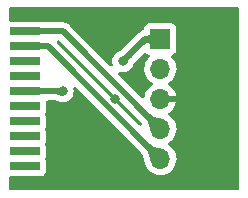
<source format=gbr>
%TF.GenerationSoftware,KiCad,Pcbnew,6.0.11+dfsg-1~bpo11+1*%
%TF.CreationDate,2023-04-15T18:18:33-07:00*%
%TF.ProjectId,J-link_BOB,4a2d6c69-6e6b-45f4-924f-422e6b696361,A0*%
%TF.SameCoordinates,PX79b8e38PY4eb9cf0*%
%TF.FileFunction,Copper,L2,Bot*%
%TF.FilePolarity,Positive*%
%FSLAX46Y46*%
G04 Gerber Fmt 4.6, Leading zero omitted, Abs format (unit mm)*
G04 Created by KiCad (PCBNEW 6.0.11+dfsg-1~bpo11+1) date 2023-04-15 18:18:33*
%MOMM*%
%LPD*%
G01*
G04 APERTURE LIST*
%TA.AperFunction,ComponentPad*%
%ADD10R,1.700000X1.700000*%
%TD*%
%TA.AperFunction,ComponentPad*%
%ADD11O,1.700000X1.700000*%
%TD*%
%TA.AperFunction,SMDPad,CuDef*%
%ADD12R,2.500000X0.650000*%
%TD*%
%TA.AperFunction,ViaPad*%
%ADD13C,0.800000*%
%TD*%
%TA.AperFunction,Conductor*%
%ADD14C,0.508000*%
%TD*%
G04 APERTURE END LIST*
D10*
%TO.P,J30,1,Pin_1*%
%TO.N,/~{RESET}*%
X13335000Y-3175000D03*
D11*
%TO.P,J30,2,Pin_2*%
%TO.N,/VTARGET*%
X13335000Y-5715000D03*
%TO.P,J30,3,Pin_3*%
%TO.N,GND*%
X13335000Y-8255000D03*
%TO.P,J30,4,Pin_4*%
%TO.N,/SWDIO*%
X13335000Y-10795000D03*
%TO.P,J30,5,Pin_5*%
%TO.N,/SWCLK*%
X13335000Y-13335000D03*
%TD*%
D12*
%TO.P,J16,1,Pin_1*%
%TO.N,unconnected-(J16-Pad1)*%
X1905000Y-11430000D03*
%TD*%
%TO.P,J8,1,Pin_1*%
%TO.N,unconnected-(J8-Pad1)*%
X1905000Y-6350000D03*
%TD*%
%TO.P,J2,1,Pin_1*%
%TO.N,/SWDIO*%
X1905000Y-2540000D03*
%TD*%
%TO.P,J6,1,Pin_1*%
%TO.N,unconnected-(J6-Pad1)*%
X1905000Y-5080000D03*
%TD*%
%TO.P,J20,1,Pin_1*%
%TO.N,unconnected-(J20-Pad1)*%
X1905000Y-13970000D03*
%TD*%
%TO.P,J4,1,Pin_1*%
%TO.N,/SWCLK*%
X1905000Y-3810000D03*
%TD*%
%TO.P,J10,1,Pin_1*%
%TO.N,/~{RESET}*%
X1905000Y-7620000D03*
%TD*%
%TO.P,J18,1,Pin_1*%
%TO.N,unconnected-(J18-Pad1)*%
X1905000Y-12700000D03*
%TD*%
%TO.P,J12,1,Pin_1*%
%TO.N,unconnected-(J12-Pad1)*%
X1905000Y-8890000D03*
%TD*%
%TO.P,J14,1,Pin_1*%
%TO.N,unconnected-(J14-Pad1)*%
X1905000Y-10160000D03*
%TD*%
D13*
%TO.N,GND*%
X18415000Y-4445000D03*
X11176000Y-1524000D03*
X5080000Y-15240000D03*
X11430000Y-6985000D03*
X9525000Y-8255000D03*
X8255000Y-3810000D03*
X18415000Y-12065000D03*
X8255000Y-10795000D03*
%TO.N,/~{RESET}*%
X5080000Y-7620000D03*
X10160000Y-5080000D03*
%TD*%
D14*
%TO.N,/SWDIO*%
X1905000Y-2540000D02*
X5080000Y-2540000D01*
X5080000Y-2540000D02*
X13335000Y-10795000D01*
%TO.N,/SWCLK*%
X3810000Y-3810000D02*
X13335000Y-13335000D01*
X1905000Y-3810000D02*
X3810000Y-3810000D01*
%TO.N,/~{RESET}*%
X5080000Y-7620000D02*
X1905000Y-7620000D01*
X13335000Y-3175000D02*
X12065000Y-3175000D01*
X12065000Y-3175000D02*
X10160000Y-5080000D01*
%TD*%
%TA.AperFunction,Conductor*%
%TO.N,/SWDIO*%
G36*
X2053752Y-2250467D02*
G01*
X2083590Y-2262956D01*
X2083595Y-2262958D01*
X2083875Y-2263075D01*
X2084162Y-2263160D01*
X2084170Y-2263163D01*
X2121807Y-2274331D01*
X2121813Y-2274332D01*
X2122081Y-2274412D01*
X2138873Y-2277656D01*
X2161767Y-2282080D01*
X2161776Y-2282081D01*
X2162002Y-2282125D01*
X2204359Y-2286824D01*
X2249873Y-2289121D01*
X2299263Y-2289629D01*
X2353250Y-2288959D01*
X2353258Y-2288959D01*
X2412524Y-2287724D01*
X2412555Y-2287723D01*
X2477800Y-2286534D01*
X2477927Y-2286532D01*
X2538214Y-2286087D01*
X2546512Y-2289453D01*
X2550000Y-2297787D01*
X2550000Y-2782213D01*
X2546573Y-2790486D01*
X2538213Y-2793913D01*
X2514618Y-2793738D01*
X2477926Y-2793467D01*
X2477800Y-2793465D01*
X2412555Y-2792276D01*
X2412524Y-2792275D01*
X2353258Y-2791040D01*
X2353250Y-2791040D01*
X2299263Y-2790370D01*
X2249873Y-2790878D01*
X2204359Y-2793175D01*
X2162002Y-2797874D01*
X2161776Y-2797918D01*
X2161767Y-2797919D01*
X2138873Y-2802343D01*
X2122081Y-2805587D01*
X2121813Y-2805667D01*
X2121807Y-2805668D01*
X2084168Y-2816837D01*
X2083875Y-2816924D01*
X2083598Y-2817040D01*
X2083595Y-2817041D01*
X2053752Y-2829533D01*
X2044797Y-2829566D01*
X2041126Y-2827174D01*
X1751269Y-2548433D01*
X1747681Y-2540229D01*
X1751269Y-2531567D01*
X2041125Y-2252827D01*
X2049464Y-2249562D01*
X2053752Y-2250467D01*
G37*
%TD.AperFunction*%
%TD*%
%TA.AperFunction,Conductor*%
%TO.N,/SWDIO*%
G36*
X12327857Y-9428059D02*
G01*
X12461933Y-9552584D01*
X12591305Y-9652835D01*
X12711500Y-9726867D01*
X12826303Y-9780406D01*
X12826585Y-9780503D01*
X12826591Y-9780505D01*
X12848057Y-9787858D01*
X12939501Y-9819182D01*
X13054880Y-9848922D01*
X13117500Y-9862561D01*
X13176203Y-9875348D01*
X13176228Y-9875353D01*
X13307157Y-9904166D01*
X13307541Y-9904258D01*
X13451673Y-9941125D01*
X13452280Y-9941298D01*
X13605921Y-9989555D01*
X13612787Y-9995303D01*
X13614113Y-10000488D01*
X13635282Y-11083355D01*
X13632017Y-11091694D01*
X13623355Y-11095282D01*
X12540488Y-11074113D01*
X12532284Y-11070525D01*
X12529555Y-11065921D01*
X12481298Y-10912280D01*
X12481125Y-10911673D01*
X12444258Y-10767541D01*
X12444166Y-10767157D01*
X12415353Y-10636228D01*
X12415348Y-10636203D01*
X12388942Y-10514974D01*
X12388922Y-10514880D01*
X12359182Y-10399501D01*
X12320406Y-10286303D01*
X12266867Y-10171500D01*
X12192835Y-10051305D01*
X12092584Y-9921933D01*
X11968059Y-9787857D01*
X11964940Y-9779464D01*
X11968359Y-9771623D01*
X12311623Y-9428359D01*
X12319896Y-9424932D01*
X12327857Y-9428059D01*
G37*
%TD.AperFunction*%
%TD*%
%TA.AperFunction,Conductor*%
%TO.N,/SWCLK*%
G36*
X12327857Y-11968059D02*
G01*
X12461933Y-12092584D01*
X12591305Y-12192835D01*
X12711500Y-12266867D01*
X12826303Y-12320406D01*
X12826585Y-12320503D01*
X12826591Y-12320505D01*
X12848057Y-12327858D01*
X12939501Y-12359182D01*
X13054880Y-12388922D01*
X13117500Y-12402561D01*
X13176203Y-12415348D01*
X13176228Y-12415353D01*
X13307157Y-12444166D01*
X13307541Y-12444258D01*
X13451673Y-12481125D01*
X13452280Y-12481298D01*
X13605921Y-12529555D01*
X13612787Y-12535303D01*
X13614113Y-12540488D01*
X13635282Y-13623355D01*
X13632017Y-13631694D01*
X13623355Y-13635282D01*
X12540488Y-13614113D01*
X12532284Y-13610525D01*
X12529555Y-13605921D01*
X12481298Y-13452280D01*
X12481125Y-13451673D01*
X12444258Y-13307541D01*
X12444166Y-13307157D01*
X12415353Y-13176228D01*
X12415348Y-13176203D01*
X12388942Y-13054974D01*
X12388922Y-13054880D01*
X12359182Y-12939501D01*
X12320406Y-12826303D01*
X12266867Y-12711500D01*
X12192835Y-12591305D01*
X12092584Y-12461933D01*
X11968059Y-12327857D01*
X11964940Y-12319464D01*
X11968359Y-12311623D01*
X12311623Y-11968359D01*
X12319896Y-11964932D01*
X12327857Y-11968059D01*
G37*
%TD.AperFunction*%
%TD*%
%TA.AperFunction,Conductor*%
%TO.N,/SWCLK*%
G36*
X2053752Y-3520467D02*
G01*
X2083590Y-3532956D01*
X2083595Y-3532958D01*
X2083875Y-3533075D01*
X2084162Y-3533160D01*
X2084170Y-3533163D01*
X2121807Y-3544331D01*
X2121813Y-3544332D01*
X2122081Y-3544412D01*
X2138873Y-3547656D01*
X2161767Y-3552080D01*
X2161776Y-3552081D01*
X2162002Y-3552125D01*
X2204359Y-3556824D01*
X2249873Y-3559121D01*
X2299263Y-3559629D01*
X2353250Y-3558959D01*
X2353258Y-3558959D01*
X2412524Y-3557724D01*
X2412555Y-3557723D01*
X2477800Y-3556534D01*
X2477927Y-3556532D01*
X2538214Y-3556087D01*
X2546512Y-3559453D01*
X2550000Y-3567787D01*
X2550000Y-4052213D01*
X2546573Y-4060486D01*
X2538213Y-4063913D01*
X2514618Y-4063738D01*
X2477926Y-4063467D01*
X2477800Y-4063465D01*
X2412555Y-4062276D01*
X2412524Y-4062275D01*
X2353258Y-4061040D01*
X2353250Y-4061040D01*
X2299263Y-4060370D01*
X2249873Y-4060878D01*
X2204359Y-4063175D01*
X2162002Y-4067874D01*
X2161776Y-4067918D01*
X2161767Y-4067919D01*
X2138873Y-4072343D01*
X2122081Y-4075587D01*
X2121813Y-4075667D01*
X2121807Y-4075668D01*
X2084168Y-4086837D01*
X2083875Y-4086924D01*
X2083598Y-4087040D01*
X2083595Y-4087041D01*
X2053752Y-4099533D01*
X2044797Y-4099566D01*
X2041126Y-4097174D01*
X1751269Y-3818433D01*
X1747681Y-3810229D01*
X1751269Y-3801567D01*
X2041125Y-3522827D01*
X2049464Y-3519562D01*
X2053752Y-3520467D01*
G37*
%TD.AperFunction*%
%TD*%
%TA.AperFunction,Conductor*%
%TO.N,/~{RESET}*%
G36*
X4911407Y-7265541D02*
G01*
X5014274Y-7364463D01*
X5271231Y-7611567D01*
X5274819Y-7619771D01*
X5271231Y-7628433D01*
X4974837Y-7913461D01*
X4911407Y-7974459D01*
X4903068Y-7977724D01*
X4898390Y-7976647D01*
X4847244Y-7953011D01*
X4847121Y-7952961D01*
X4847112Y-7952957D01*
X4793409Y-7931091D01*
X4793401Y-7931088D01*
X4793229Y-7931018D01*
X4770914Y-7923438D01*
X4741887Y-7913577D01*
X4741881Y-7913575D01*
X4741692Y-7913511D01*
X4690724Y-7899985D01*
X4638417Y-7889931D01*
X4638244Y-7889909D01*
X4638232Y-7889907D01*
X4597260Y-7884680D01*
X4582862Y-7882843D01*
X4522151Y-7878213D01*
X4522059Y-7878209D01*
X4522053Y-7878209D01*
X4454436Y-7875536D01*
X4454417Y-7875536D01*
X4454376Y-7875534D01*
X4418816Y-7874962D01*
X4377658Y-7874299D01*
X4377628Y-7874299D01*
X4301659Y-7874040D01*
X4293399Y-7870585D01*
X4290000Y-7862340D01*
X4290000Y-7377660D01*
X4293427Y-7369387D01*
X4301660Y-7365960D01*
X4377628Y-7365700D01*
X4377658Y-7365700D01*
X4418816Y-7365037D01*
X4454376Y-7364465D01*
X4454417Y-7364463D01*
X4454436Y-7364463D01*
X4522053Y-7361790D01*
X4522059Y-7361790D01*
X4522151Y-7361786D01*
X4582862Y-7357156D01*
X4597260Y-7355319D01*
X4638232Y-7350092D01*
X4638244Y-7350090D01*
X4638417Y-7350068D01*
X4690724Y-7340014D01*
X4741692Y-7326488D01*
X4741881Y-7326424D01*
X4741887Y-7326422D01*
X4770914Y-7316561D01*
X4793229Y-7308981D01*
X4793401Y-7308911D01*
X4793409Y-7308908D01*
X4847112Y-7287042D01*
X4847121Y-7287038D01*
X4847244Y-7286988D01*
X4898389Y-7263353D01*
X4907337Y-7262993D01*
X4911407Y-7265541D01*
G37*
%TD.AperFunction*%
%TD*%
%TA.AperFunction,Conductor*%
%TO.N,/~{RESET}*%
G36*
X2053752Y-7330467D02*
G01*
X2083590Y-7342956D01*
X2083595Y-7342958D01*
X2083875Y-7343075D01*
X2084162Y-7343160D01*
X2084170Y-7343163D01*
X2121807Y-7354331D01*
X2121813Y-7354332D01*
X2122081Y-7354412D01*
X2138873Y-7357656D01*
X2161767Y-7362080D01*
X2161776Y-7362081D01*
X2162002Y-7362125D01*
X2204359Y-7366824D01*
X2249873Y-7369121D01*
X2299263Y-7369629D01*
X2353250Y-7368959D01*
X2353258Y-7368959D01*
X2412524Y-7367724D01*
X2412555Y-7367723D01*
X2477800Y-7366534D01*
X2477927Y-7366532D01*
X2538214Y-7366087D01*
X2546512Y-7369453D01*
X2550000Y-7377787D01*
X2550000Y-7862213D01*
X2546573Y-7870486D01*
X2538213Y-7873913D01*
X2514618Y-7873738D01*
X2477926Y-7873467D01*
X2477800Y-7873465D01*
X2412555Y-7872276D01*
X2412524Y-7872275D01*
X2353258Y-7871040D01*
X2353250Y-7871040D01*
X2299263Y-7870370D01*
X2249873Y-7870878D01*
X2204359Y-7873175D01*
X2162002Y-7877874D01*
X2161776Y-7877918D01*
X2161767Y-7877919D01*
X2138873Y-7882343D01*
X2122081Y-7885587D01*
X2121813Y-7885667D01*
X2121807Y-7885668D01*
X2084168Y-7896837D01*
X2083875Y-7896924D01*
X2083598Y-7897040D01*
X2083595Y-7897041D01*
X2053752Y-7909533D01*
X2044797Y-7909566D01*
X2041126Y-7907174D01*
X1751269Y-7628433D01*
X1747681Y-7620229D01*
X1751269Y-7611567D01*
X2041125Y-7332827D01*
X2049464Y-7329562D01*
X2053752Y-7330467D01*
G37*
%TD.AperFunction*%
%TD*%
%TA.AperFunction,Conductor*%
%TO.N,/~{RESET}*%
G36*
X12741342Y-2578285D02*
G01*
X13746662Y-3167187D01*
X13752068Y-3174325D01*
X13750843Y-3183196D01*
X13748859Y-3185714D01*
X13269141Y-3647036D01*
X12970754Y-3933980D01*
X12962415Y-3937245D01*
X12956921Y-3935752D01*
X12846861Y-3874024D01*
X12845964Y-3873466D01*
X12736940Y-3798653D01*
X12736517Y-3798349D01*
X12633601Y-3720767D01*
X12535327Y-3647217D01*
X12535326Y-3647216D01*
X12535200Y-3647122D01*
X12439672Y-3584132D01*
X12345172Y-3538357D01*
X12285656Y-3524622D01*
X12250744Y-3516565D01*
X12250743Y-3516565D01*
X12249855Y-3516360D01*
X12248950Y-3516437D01*
X12248948Y-3516437D01*
X12214752Y-3519349D01*
X12151875Y-3524704D01*
X12150985Y-3525097D01*
X12050106Y-3569633D01*
X12050103Y-3569635D01*
X12049389Y-3569950D01*
X12048786Y-3570442D01*
X12048782Y-3570444D01*
X11948742Y-3651984D01*
X11940164Y-3654555D01*
X11933077Y-3651188D01*
X11589995Y-3308106D01*
X11586568Y-3299833D01*
X11590377Y-3291195D01*
X11719045Y-3173665D01*
X11719951Y-3172919D01*
X11845998Y-3079089D01*
X11847001Y-3078420D01*
X11964167Y-3008695D01*
X11965093Y-3008198D01*
X12075872Y-2955107D01*
X12076487Y-2954834D01*
X12183402Y-2910952D01*
X12183509Y-2910909D01*
X12288422Y-2869061D01*
X12288565Y-2869004D01*
X12288667Y-2868958D01*
X12288689Y-2868949D01*
X12393714Y-2821823D01*
X12393721Y-2821819D01*
X12393936Y-2821723D01*
X12444372Y-2793660D01*
X12501495Y-2761876D01*
X12501501Y-2761872D01*
X12501780Y-2761717D01*
X12614366Y-2681593D01*
X12727601Y-2579683D01*
X12736043Y-2576696D01*
X12741342Y-2578285D01*
G37*
%TD.AperFunction*%
%TD*%
%TA.AperFunction,Conductor*%
%TO.N,/~{RESET}*%
G36*
X10547253Y-4350027D02*
G01*
X10889973Y-4692747D01*
X10893400Y-4701020D01*
X10890001Y-4709265D01*
X10836466Y-4763166D01*
X10783071Y-4818308D01*
X10737041Y-4868126D01*
X10736962Y-4868218D01*
X10736954Y-4868227D01*
X10697496Y-4914200D01*
X10697482Y-4914217D01*
X10697386Y-4914329D01*
X10663115Y-4958624D01*
X10633238Y-5002720D01*
X10606762Y-5048324D01*
X10582699Y-5097145D01*
X10560057Y-5150891D01*
X10560009Y-5151021D01*
X10560006Y-5151029D01*
X10540606Y-5203767D01*
X10534533Y-5210349D01*
X10529854Y-5211426D01*
X10030744Y-5221183D01*
X10022405Y-5217918D01*
X10018817Y-5209256D01*
X10028574Y-4710146D01*
X10032162Y-4701942D01*
X10036232Y-4699394D01*
X10089108Y-4679942D01*
X10142854Y-4657300D01*
X10142983Y-4657236D01*
X10142995Y-4657231D01*
X10191509Y-4633319D01*
X10191513Y-4633317D01*
X10191675Y-4633237D01*
X10237279Y-4606761D01*
X10281375Y-4576884D01*
X10281511Y-4576779D01*
X10281519Y-4576773D01*
X10325550Y-4542706D01*
X10325554Y-4542703D01*
X10325670Y-4542613D01*
X10325782Y-4542517D01*
X10325799Y-4542503D01*
X10371772Y-4503045D01*
X10371781Y-4503037D01*
X10371873Y-4502958D01*
X10421691Y-4456928D01*
X10476833Y-4403533D01*
X10501360Y-4379173D01*
X10530735Y-4349999D01*
X10539020Y-4346600D01*
X10547253Y-4350027D01*
G37*
%TD.AperFunction*%
%TD*%
%TA.AperFunction,Conductor*%
%TO.N,GND*%
G36*
X19933621Y-528502D02*
G01*
X19980114Y-582158D01*
X19991500Y-634500D01*
X19991500Y-15865500D01*
X19971498Y-15933621D01*
X19917842Y-15980114D01*
X19865500Y-15991500D01*
X634500Y-15991500D01*
X566379Y-15971498D01*
X519886Y-15917842D01*
X508500Y-15865500D01*
X508500Y-14929500D01*
X528502Y-14861379D01*
X582158Y-14814886D01*
X634500Y-14803500D01*
X3203134Y-14803500D01*
X3265316Y-14796745D01*
X3401705Y-14745615D01*
X3518261Y-14658261D01*
X3605615Y-14541705D01*
X3656745Y-14405316D01*
X3663500Y-14343134D01*
X3663500Y-13596866D01*
X3656745Y-13534684D01*
X3619362Y-13434964D01*
X3608766Y-13406699D01*
X3608764Y-13406696D01*
X3605615Y-13398295D01*
X3602273Y-13393836D01*
X3587470Y-13326152D01*
X3602067Y-13276439D01*
X3605615Y-13271705D01*
X3656745Y-13135316D01*
X3663500Y-13073134D01*
X3663500Y-12326866D01*
X3656745Y-12264684D01*
X3605615Y-12128295D01*
X3602273Y-12123836D01*
X3587470Y-12056152D01*
X3602067Y-12006439D01*
X3605615Y-12001705D01*
X3619040Y-11965896D01*
X3653971Y-11872715D01*
X3656745Y-11865316D01*
X3663500Y-11803134D01*
X3663500Y-11056866D01*
X3656745Y-10994684D01*
X3605615Y-10858295D01*
X3602273Y-10853836D01*
X3587470Y-10786152D01*
X3602067Y-10736439D01*
X3605615Y-10731705D01*
X3656745Y-10595316D01*
X3663500Y-10533134D01*
X3663500Y-9786866D01*
X3656745Y-9724684D01*
X3605615Y-9588295D01*
X3602273Y-9583836D01*
X3587470Y-9516152D01*
X3602067Y-9466439D01*
X3605615Y-9461705D01*
X3609481Y-9451395D01*
X3653971Y-9332715D01*
X3656745Y-9325316D01*
X3663500Y-9263134D01*
X3663500Y-8516866D01*
X3663300Y-8515022D01*
X3679521Y-8446210D01*
X3730584Y-8396884D01*
X3789047Y-8382500D01*
X4256473Y-8382500D01*
X4274829Y-8383844D01*
X4295457Y-8386882D01*
X4295463Y-8386882D01*
X4299908Y-8387537D01*
X4371759Y-8387782D01*
X4373319Y-8387797D01*
X4438678Y-8388849D01*
X4441584Y-8388929D01*
X4465118Y-8389860D01*
X4490188Y-8390851D01*
X4494788Y-8391118D01*
X4527605Y-8393620D01*
X4533972Y-8394268D01*
X4553458Y-8396754D01*
X4561281Y-8398004D01*
X4571957Y-8400056D01*
X4580489Y-8402005D01*
X4588929Y-8404245D01*
X4597133Y-8406724D01*
X4610151Y-8411146D01*
X4617112Y-8413743D01*
X4639891Y-8423018D01*
X4645227Y-8425336D01*
X4680020Y-8441414D01*
X4680028Y-8441417D01*
X4682977Y-8442780D01*
X4726785Y-8457765D01*
X4737250Y-8461876D01*
X4791672Y-8486105D01*
X4797712Y-8488794D01*
X4839340Y-8497642D01*
X4978056Y-8527128D01*
X4978061Y-8527128D01*
X4984513Y-8528500D01*
X5175487Y-8528500D01*
X5181939Y-8527128D01*
X5181944Y-8527128D01*
X5268888Y-8508647D01*
X5362288Y-8488794D01*
X5368328Y-8486105D01*
X5530722Y-8413803D01*
X5530724Y-8413802D01*
X5536752Y-8411118D01*
X5556344Y-8396884D01*
X5592157Y-8370864D01*
X5691253Y-8298866D01*
X5819040Y-8156944D01*
X5906881Y-8004800D01*
X5911223Y-7997279D01*
X5911224Y-7997278D01*
X5914527Y-7991556D01*
X5973542Y-7809928D01*
X5976711Y-7779783D01*
X5992814Y-7626565D01*
X5993504Y-7620000D01*
X5973542Y-7430072D01*
X5953696Y-7368993D01*
X5951668Y-7298026D01*
X5988331Y-7237228D01*
X6052043Y-7205902D01*
X6122577Y-7213995D01*
X6162624Y-7240962D01*
X11567642Y-12645980D01*
X11582132Y-12663339D01*
X11591806Y-12677308D01*
X11696911Y-12790474D01*
X11704179Y-12799036D01*
X11765918Y-12878710D01*
X11773603Y-12889808D01*
X11810225Y-12949265D01*
X11817136Y-12962091D01*
X11840645Y-13012502D01*
X11845650Y-13024918D01*
X11863330Y-13076531D01*
X11865332Y-13082375D01*
X11868143Y-13091756D01*
X11888657Y-13171341D01*
X11889758Y-13175975D01*
X11913612Y-13285489D01*
X11913848Y-13286564D01*
X11942666Y-13417518D01*
X11944798Y-13426797D01*
X11944890Y-13427181D01*
X11946775Y-13434790D01*
X11983642Y-13578922D01*
X11987290Y-13592420D01*
X11987463Y-13593027D01*
X11987568Y-13593377D01*
X11987581Y-13593422D01*
X11991045Y-13604986D01*
X11991395Y-13606153D01*
X12034116Y-13742168D01*
X12034222Y-13742639D01*
X12034407Y-13743093D01*
X12039652Y-13759794D01*
X12041133Y-13763113D01*
X12041136Y-13763121D01*
X12055845Y-13796086D01*
X12057523Y-13800024D01*
X12118266Y-13949616D01*
X12234987Y-14140088D01*
X12381250Y-14308938D01*
X12553126Y-14451632D01*
X12746000Y-14564338D01*
X12954692Y-14644030D01*
X12959760Y-14645061D01*
X12959763Y-14645062D01*
X13024639Y-14658261D01*
X13173597Y-14688567D01*
X13178772Y-14688757D01*
X13178774Y-14688757D01*
X13391673Y-14696564D01*
X13391677Y-14696564D01*
X13396837Y-14696753D01*
X13401957Y-14696097D01*
X13401959Y-14696097D01*
X13613288Y-14669025D01*
X13613289Y-14669025D01*
X13618416Y-14668368D01*
X13623366Y-14666883D01*
X13827429Y-14605661D01*
X13827434Y-14605659D01*
X13832384Y-14604174D01*
X14032994Y-14505896D01*
X14214860Y-14376173D01*
X14373096Y-14218489D01*
X14432594Y-14135689D01*
X14500435Y-14041277D01*
X14503453Y-14037077D01*
X14602430Y-13836811D01*
X14667370Y-13623069D01*
X14696529Y-13401590D01*
X14698156Y-13335000D01*
X14679852Y-13112361D01*
X14625431Y-12895702D01*
X14536354Y-12690840D01*
X14415014Y-12503277D01*
X14264670Y-12338051D01*
X14260619Y-12334852D01*
X14260615Y-12334848D01*
X14093414Y-12202800D01*
X14093410Y-12202798D01*
X14089359Y-12199598D01*
X14048053Y-12176796D01*
X13998084Y-12126364D01*
X13983312Y-12056921D01*
X14008428Y-11990516D01*
X14035780Y-11963909D01*
X14079603Y-11932650D01*
X14214860Y-11836173D01*
X14373096Y-11678489D01*
X14503453Y-11497077D01*
X14602430Y-11296811D01*
X14667370Y-11083069D01*
X14696529Y-10861590D01*
X14698156Y-10795000D01*
X14679852Y-10572361D01*
X14625431Y-10355702D01*
X14536354Y-10150840D01*
X14415014Y-9963277D01*
X14264670Y-9798051D01*
X14260619Y-9794852D01*
X14260615Y-9794848D01*
X14093414Y-9662800D01*
X14093410Y-9662798D01*
X14089359Y-9659598D01*
X14047569Y-9636529D01*
X13997598Y-9586097D01*
X13982826Y-9516654D01*
X14007942Y-9450248D01*
X14035294Y-9423641D01*
X14210328Y-9298792D01*
X14218200Y-9292139D01*
X14369052Y-9141812D01*
X14375730Y-9133965D01*
X14500003Y-8961020D01*
X14505313Y-8952183D01*
X14599670Y-8761267D01*
X14603469Y-8751672D01*
X14665377Y-8547910D01*
X14667555Y-8537837D01*
X14668986Y-8526962D01*
X14666775Y-8512778D01*
X14653617Y-8509000D01*
X13207000Y-8509000D01*
X13138879Y-8488998D01*
X13092386Y-8435342D01*
X13081000Y-8383000D01*
X13081000Y-8127000D01*
X13101002Y-8058879D01*
X13154658Y-8012386D01*
X13207000Y-8001000D01*
X14653344Y-8001000D01*
X14666875Y-7997027D01*
X14668180Y-7987947D01*
X14626214Y-7820875D01*
X14622894Y-7811124D01*
X14537972Y-7615814D01*
X14533105Y-7606739D01*
X14417426Y-7427926D01*
X14411136Y-7419757D01*
X14267806Y-7262240D01*
X14260273Y-7255215D01*
X14093139Y-7123222D01*
X14084556Y-7117520D01*
X14047602Y-7097120D01*
X13997631Y-7046687D01*
X13982859Y-6977245D01*
X14007975Y-6910839D01*
X14035327Y-6884232D01*
X14079734Y-6852557D01*
X14214860Y-6756173D01*
X14219845Y-6751206D01*
X14369435Y-6602137D01*
X14373096Y-6598489D01*
X14432594Y-6515689D01*
X14500435Y-6421277D01*
X14503453Y-6417077D01*
X14602430Y-6216811D01*
X14667370Y-6003069D01*
X14696529Y-5781590D01*
X14696678Y-5775509D01*
X14698074Y-5718365D01*
X14698074Y-5718361D01*
X14698156Y-5715000D01*
X14679852Y-5492361D01*
X14625431Y-5275702D01*
X14536354Y-5070840D01*
X14415014Y-4883277D01*
X14411532Y-4879450D01*
X14267798Y-4721488D01*
X14236746Y-4657642D01*
X14245141Y-4587143D01*
X14290317Y-4532375D01*
X14316761Y-4518706D01*
X14423297Y-4478767D01*
X14431705Y-4475615D01*
X14548261Y-4388261D01*
X14635615Y-4271705D01*
X14686745Y-4135316D01*
X14693500Y-4073134D01*
X14693500Y-2276866D01*
X14686745Y-2214684D01*
X14635615Y-2078295D01*
X14548261Y-1961739D01*
X14431705Y-1874385D01*
X14295316Y-1823255D01*
X14233134Y-1816500D01*
X12436866Y-1816500D01*
X12374684Y-1823255D01*
X12238295Y-1874385D01*
X12121739Y-1961739D01*
X12034385Y-2078295D01*
X11983255Y-2214684D01*
X11976500Y-2276866D01*
X11976500Y-2308255D01*
X11956498Y-2376376D01*
X11902842Y-2422869D01*
X11888369Y-2427830D01*
X11888394Y-2427898D01*
X11819393Y-2452945D01*
X11815289Y-2454355D01*
X11745425Y-2476987D01*
X11739162Y-2480787D01*
X11733620Y-2483325D01*
X11728144Y-2486067D01*
X11721259Y-2488566D01*
X11715135Y-2492581D01*
X11659868Y-2528815D01*
X11656200Y-2531130D01*
X11593419Y-2569227D01*
X11589214Y-2572941D01*
X11589211Y-2572943D01*
X11584995Y-2576667D01*
X11584969Y-2576638D01*
X11582038Y-2579238D01*
X11578684Y-2582042D01*
X11572565Y-2586054D01*
X11567533Y-2591366D01*
X11519012Y-2642586D01*
X11516634Y-2645028D01*
X11310153Y-2851509D01*
X11306036Y-2855445D01*
X11244059Y-2912057D01*
X11197931Y-2960032D01*
X11194466Y-2965581D01*
X11193555Y-2966751D01*
X11183261Y-2978401D01*
X10203150Y-3958512D01*
X10189218Y-3970543D01*
X10168882Y-3985658D01*
X10117887Y-4036305D01*
X10116757Y-4037413D01*
X10069817Y-4082866D01*
X10067729Y-4084841D01*
X10038786Y-4111583D01*
X10032006Y-4117848D01*
X10028560Y-4120917D01*
X10003555Y-4142378D01*
X9998593Y-4146422D01*
X9983090Y-4158416D01*
X9976664Y-4163072D01*
X9967637Y-4169188D01*
X9960232Y-4173838D01*
X9952687Y-4178219D01*
X9945134Y-4182268D01*
X9932819Y-4188338D01*
X9926069Y-4191420D01*
X9903363Y-4200986D01*
X9897964Y-4203114D01*
X9862014Y-4216339D01*
X9861999Y-4216346D01*
X9858942Y-4217470D01*
X9856021Y-4218902D01*
X9856015Y-4218905D01*
X9814700Y-4239166D01*
X9810486Y-4241137D01*
X9703248Y-4288882D01*
X9548747Y-4401134D01*
X9420960Y-4543056D01*
X9395506Y-4587143D01*
X9331453Y-4698087D01*
X9325473Y-4708444D01*
X9266458Y-4890072D01*
X9265768Y-4896633D01*
X9265768Y-4896635D01*
X9251667Y-5030799D01*
X9246496Y-5080000D01*
X9247186Y-5086565D01*
X9265090Y-5256909D01*
X9266458Y-5269928D01*
X9280759Y-5313940D01*
X9286304Y-5331006D01*
X9288332Y-5401974D01*
X9251669Y-5462772D01*
X9187957Y-5494098D01*
X9117423Y-5486005D01*
X9077376Y-5459038D01*
X5666810Y-2048472D01*
X5654423Y-2034059D01*
X5645795Y-2022335D01*
X5641454Y-2016436D01*
X5600945Y-1982021D01*
X5593429Y-1975091D01*
X5587685Y-1969347D01*
X5584811Y-1967073D01*
X5584804Y-1967067D01*
X5565289Y-1951628D01*
X5561885Y-1948837D01*
X5511528Y-1906055D01*
X5511524Y-1906052D01*
X5505949Y-1901316D01*
X5499432Y-1897988D01*
X5494368Y-1894611D01*
X5489144Y-1891384D01*
X5483400Y-1886840D01*
X5450007Y-1871233D01*
X5416918Y-1855768D01*
X5412967Y-1853837D01*
X5354117Y-1823787D01*
X5347596Y-1820457D01*
X5340481Y-1818716D01*
X5334735Y-1816579D01*
X5328952Y-1814655D01*
X5322321Y-1811556D01*
X5250443Y-1796606D01*
X5246171Y-1795639D01*
X5174888Y-1778196D01*
X5169289Y-1777849D01*
X5169285Y-1777848D01*
X5163670Y-1777500D01*
X5163672Y-1777461D01*
X5159771Y-1777228D01*
X5155412Y-1776839D01*
X5148244Y-1775348D01*
X5140927Y-1775546D01*
X5070423Y-1777454D01*
X5067014Y-1777500D01*
X3455245Y-1777500D01*
X3401904Y-1763854D01*
X3401705Y-1764385D01*
X3396819Y-1762553D01*
X3396816Y-1762552D01*
X3265316Y-1713255D01*
X3203134Y-1706500D01*
X634500Y-1706500D01*
X566379Y-1686498D01*
X519886Y-1632842D01*
X508500Y-1580500D01*
X508500Y-634500D01*
X528502Y-566379D01*
X582158Y-519886D01*
X634500Y-508500D01*
X19865500Y-508500D01*
X19933621Y-528502D01*
G37*
%TD.AperFunction*%
%TA.AperFunction,Conductor*%
G36*
X4780093Y-3322502D02*
G01*
X4801067Y-3339405D01*
X11567642Y-10105980D01*
X11582132Y-10123339D01*
X11591806Y-10137308D01*
X11696911Y-10250474D01*
X11704179Y-10259037D01*
X11744936Y-10311634D01*
X11770851Y-10377732D01*
X11756916Y-10447347D01*
X11707557Y-10498378D01*
X11638443Y-10514622D01*
X11571519Y-10490922D01*
X11556244Y-10477906D01*
X4595933Y-3517595D01*
X4561907Y-3455283D01*
X4566972Y-3384468D01*
X4609519Y-3327632D01*
X4676039Y-3302821D01*
X4685028Y-3302500D01*
X4711972Y-3302500D01*
X4780093Y-3322502D01*
G37*
%TD.AperFunction*%
%TA.AperFunction,Conductor*%
G36*
X12070841Y-4351665D02*
G01*
X12115903Y-4380626D01*
X12116358Y-4381081D01*
X12121739Y-4388261D01*
X12238295Y-4475615D01*
X12246704Y-4478767D01*
X12246705Y-4478768D01*
X12355451Y-4519535D01*
X12412216Y-4562176D01*
X12436916Y-4628738D01*
X12421709Y-4698087D01*
X12402316Y-4724568D01*
X12275629Y-4857138D01*
X12272715Y-4861410D01*
X12272714Y-4861411D01*
X12254838Y-4887617D01*
X12149743Y-5041680D01*
X12055688Y-5244305D01*
X11995989Y-5459570D01*
X11972251Y-5681695D01*
X11972548Y-5686848D01*
X11972548Y-5686851D01*
X11977821Y-5778295D01*
X11985110Y-5904715D01*
X11986247Y-5909761D01*
X11986248Y-5909767D01*
X12001370Y-5976866D01*
X12034222Y-6122639D01*
X12118266Y-6329616D01*
X12234987Y-6520088D01*
X12381250Y-6688938D01*
X12502055Y-6789232D01*
X12546645Y-6826251D01*
X12553126Y-6831632D01*
X12588348Y-6852214D01*
X12626955Y-6874774D01*
X12675679Y-6926412D01*
X12688750Y-6996195D01*
X12662019Y-7061967D01*
X12621562Y-7095327D01*
X12613457Y-7099546D01*
X12604738Y-7105036D01*
X12434433Y-7232905D01*
X12426726Y-7239748D01*
X12279590Y-7393717D01*
X12273104Y-7401727D01*
X12153098Y-7577649D01*
X12148000Y-7586623D01*
X12058338Y-7779783D01*
X12054775Y-7789470D01*
X11997864Y-7994681D01*
X11995933Y-8004800D01*
X11987948Y-8079522D01*
X11960820Y-8145131D01*
X11902528Y-8185660D01*
X11831578Y-8188239D01*
X11773566Y-8155228D01*
X9784077Y-6165739D01*
X9750051Y-6103427D01*
X9755116Y-6032612D01*
X9797663Y-5975776D01*
X9864183Y-5950965D01*
X9899366Y-5953397D01*
X9967284Y-5967833D01*
X10058056Y-5987128D01*
X10058061Y-5987128D01*
X10064513Y-5988500D01*
X10255487Y-5988500D01*
X10261939Y-5987128D01*
X10261944Y-5987128D01*
X10348887Y-5968647D01*
X10442288Y-5948794D01*
X10529945Y-5909767D01*
X10610722Y-5873803D01*
X10610724Y-5873802D01*
X10616752Y-5871118D01*
X10771253Y-5758866D01*
X10899040Y-5616944D01*
X10994527Y-5451556D01*
X11006207Y-5415608D01*
X11015181Y-5394659D01*
X11022533Y-5381049D01*
X11036890Y-5342021D01*
X11039010Y-5336645D01*
X11048575Y-5313940D01*
X11051676Y-5307150D01*
X11057727Y-5294874D01*
X11061780Y-5287312D01*
X11066161Y-5279767D01*
X11070811Y-5272362D01*
X11076927Y-5263335D01*
X11081583Y-5256909D01*
X11093577Y-5241406D01*
X11097621Y-5236444D01*
X11119082Y-5211439D01*
X11122151Y-5207993D01*
X11128416Y-5201213D01*
X11155158Y-5172270D01*
X11157133Y-5170182D01*
X11202613Y-5123214D01*
X11203664Y-5122142D01*
X11254335Y-5071125D01*
X11290373Y-5030799D01*
X11292016Y-5028020D01*
X11302181Y-5016157D01*
X11937713Y-4380625D01*
X12000025Y-4346600D01*
X12070841Y-4351665D01*
G37*
%TD.AperFunction*%
%TD*%
M02*

</source>
